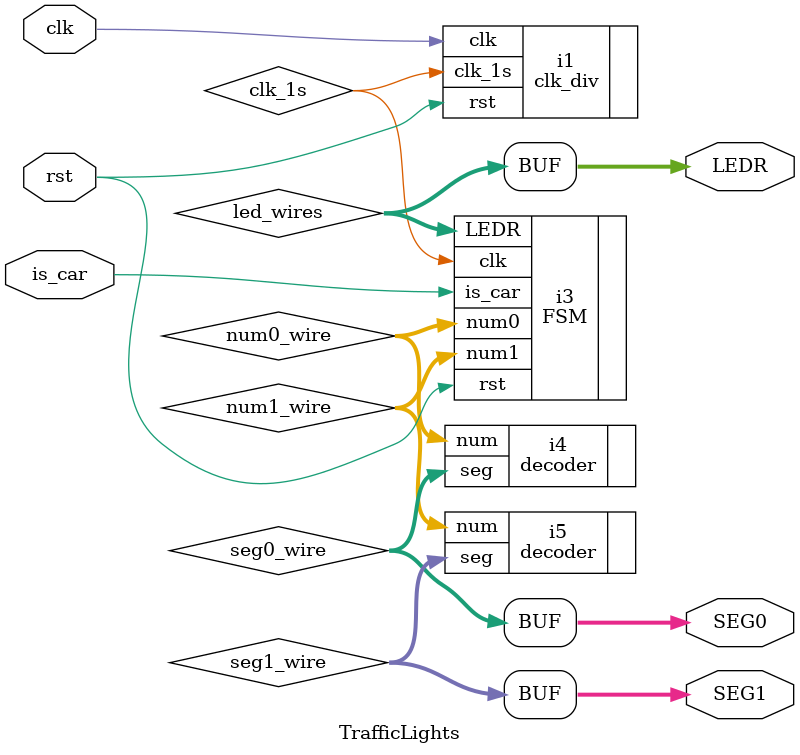
<source format=v>
module TrafficLights(clk,rst,is_car,LEDR,SEG0,SEG1);

input clk;
input rst;
input is_car;   //标志是否有车的信号

output [5:0] LEDR;
output [6:0] SEG0;
output [6:0] SEG1;

reg [5:0] LEDR;
reg [6:0] SEG0;
reg [6:0] SEG1;


wire clk_1s;
wire sgn;
wire [5:0] led_wires;

wire [3:0] num0_wire;
wire [3:0] num1_wire;

wire [6:0] seg0_wire;
wire [6:0] seg1_wire;


//例化部分			 
clk_div i1(
   .clk(clk),
   .rst(rst),
   .clk_1s(clk_1s)
);

FSM i3(
	.clk(clk_1s),
	.rst(rst),
	.is_car(is_car),
	.LEDR(led_wires),
	.num0(num0_wire),
	.num1(num1_wire)
);

decoder i4(
	.num(num0_wire),
	.seg(seg0_wire)
);

decoder i5(
	.num(num1_wire),
	.seg(seg1_wire)
);
	
	
always @(led_wires) LEDR=led_wires;
always @(seg0_wire) SEG0=seg0_wire;
always @(seg1_wire) SEG1=seg1_wire;

endmodule
</source>
